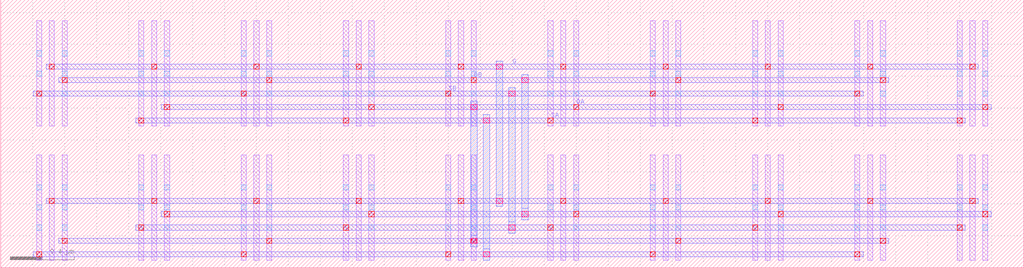
<source format=lef>
MACRO CMC_NMOS_n12_X2_Y1
  ORIGIN 0 0 ;
  FOREIGN CMC_NMOS_n12_X2_Y1 0 0 ;
  SIZE 2.5600 BY 0.8400 ;
  PIN SA
    DIRECTION INOUT ;
    USE SIGNAL ;
    PORT
      LAYER M2 ;
        RECT 0.2040 0.0680 2.3560 0.1000 ;
    END
  END SA
  PIN SB
    DIRECTION INOUT ;
    USE SIGNAL ;
    PORT
      LAYER M2 ;
        RECT 0.8440 0.2360 1.7160 0.2680 ;
    END
  END SB
  PIN DA
    DIRECTION INOUT ;
    USE SIGNAL ;
    PORT
      LAYER M2 ;
        RECT 0.3640 0.1520 2.1960 0.1840 ;
    END
  END DA
  PIN DB
    DIRECTION INOUT ;
    USE SIGNAL ;
    PORT
      LAYER M2 ;
        RECT 1.0040 0.3200 1.5560 0.3520 ;
    END
  END DB
  PIN G
    DIRECTION INOUT ;
    USE SIGNAL ;
    PORT
      LAYER M2 ;
        RECT 0.2840 0.4040 2.2760 0.4360 ;
    END
  END G
  OBS
    LAYER M1 ;
      RECT 0.3040 0.0480 0.3360 0.7080 ;
    LAYER M1 ;
      RECT 2.2240 0.0480 2.2560 0.7080 ;
    LAYER M1 ;
      RECT 0.9440 0.0480 0.9760 0.7080 ;
    LAYER M1 ;
      RECT 1.5840 0.0480 1.6160 0.7080 ;
    LAYER M1 ;
      RECT 0.2240 0.0480 0.2560 0.7080 ;
    LAYER V0 ;
      RECT 0.2240 0.2360 0.2560 0.2680 ;
    LAYER V0 ;
      RECT 0.2240 0.3620 0.2560 0.3940 ;
    LAYER V0 ;
      RECT 0.2240 0.4880 0.2560 0.5200 ;
    LAYER M1 ;
      RECT 2.3040 0.0480 2.3360 0.7080 ;
    LAYER V0 ;
      RECT 2.3040 0.2360 2.3360 0.2680 ;
    LAYER V0 ;
      RECT 2.3040 0.3620 2.3360 0.3940 ;
    LAYER V0 ;
      RECT 2.3040 0.4880 2.3360 0.5200 ;
    LAYER M1 ;
      RECT 0.8640 0.0480 0.8960 0.7080 ;
    LAYER V0 ;
      RECT 0.8640 0.2360 0.8960 0.2680 ;
    LAYER V0 ;
      RECT 0.8640 0.3620 0.8960 0.3940 ;
    LAYER V0 ;
      RECT 0.8640 0.4880 0.8960 0.5200 ;
    LAYER M1 ;
      RECT 1.6640 0.0480 1.6960 0.7080 ;
    LAYER V0 ;
      RECT 1.6640 0.2360 1.6960 0.2680 ;
    LAYER V0 ;
      RECT 1.6640 0.3620 1.6960 0.3940 ;
    LAYER V0 ;
      RECT 1.6640 0.4880 1.6960 0.5200 ;
    LAYER M1 ;
      RECT 0.3840 0.0480 0.4160 0.7080 ;
    LAYER V0 ;
      RECT 0.3840 0.2360 0.4160 0.2680 ;
    LAYER V0 ;
      RECT 0.3840 0.3620 0.4160 0.3940 ;
    LAYER V0 ;
      RECT 0.3840 0.4880 0.4160 0.5200 ;
    LAYER M1 ;
      RECT 2.1440 0.0480 2.1760 0.7080 ;
    LAYER V0 ;
      RECT 2.1440 0.2360 2.1760 0.2680 ;
    LAYER V0 ;
      RECT 2.1440 0.3620 2.1760 0.3940 ;
    LAYER V0 ;
      RECT 2.1440 0.4880 2.1760 0.5200 ;
    LAYER M1 ;
      RECT 1.0240 0.0480 1.0560 0.7080 ;
    LAYER V0 ;
      RECT 1.0240 0.2360 1.0560 0.2680 ;
    LAYER V0 ;
      RECT 1.0240 0.3620 1.0560 0.3940 ;
    LAYER V0 ;
      RECT 1.0240 0.4880 1.0560 0.5200 ;
    LAYER M1 ;
      RECT 1.5040 0.0480 1.5360 0.7080 ;
    LAYER V0 ;
      RECT 1.5040 0.2360 1.5360 0.2680 ;
    LAYER V0 ;
      RECT 1.5040 0.3620 1.5360 0.3940 ;
    LAYER V0 ;
      RECT 1.5040 0.4880 1.5360 0.5200 ;
    LAYER V1 ;
      RECT 0.2240 0.0680 0.2560 0.1000 ;
    LAYER V1 ;
      RECT 2.3040 0.0680 2.3360 0.1000 ;
    LAYER V1 ;
      RECT 0.3840 0.1520 0.4160 0.1840 ;
    LAYER V1 ;
      RECT 2.1440 0.1520 2.1760 0.1840 ;
    LAYER V1 ;
      RECT 0.8640 0.2360 0.8960 0.2680 ;
    LAYER V1 ;
      RECT 1.6640 0.2360 1.6960 0.2680 ;
    LAYER V1 ;
      RECT 1.0240 0.3200 1.0560 0.3520 ;
    LAYER V1 ;
      RECT 1.5040 0.3200 1.5360 0.3520 ;
    LAYER V1 ;
      RECT 0.3040 0.4040 0.3360 0.4360 ;
    LAYER V1 ;
      RECT 2.2240 0.4040 2.2560 0.4360 ;
    LAYER V1 ;
      RECT 0.9440 0.4040 0.9760 0.4360 ;
    LAYER V1 ;
      RECT 1.5840 0.4040 1.6160 0.4360 ;
  END
END CMC_NMOS_n12_X2_Y1
MACRO CMC_PMOS_S_n12_X1_Y1
  ORIGIN 0 0 ;
  FOREIGN CMC_PMOS_S_n12_X1_Y1 0 0 ;
  SIZE 1.2800 BY 0.8400 ;
  PIN S
    DIRECTION INOUT ;
    USE SIGNAL ;
    PORT
      LAYER M2 ;
        RECT 0.2040 0.0680 0.9160 0.1000 ;
    END
  END S
  PIN DA
    DIRECTION INOUT ;
    USE SIGNAL ;
    PORT
      LAYER M2 ;
        RECT 0.3640 0.1520 0.4360 0.1840 ;
    END
  END DA
  PIN DB
    DIRECTION INOUT ;
    USE SIGNAL ;
    PORT
      LAYER M2 ;
        RECT 1.0040 0.2360 1.0760 0.2680 ;
    END
  END DB
  PIN G
    DIRECTION INOUT ;
    USE SIGNAL ;
    PORT
      LAYER M2 ;
        RECT 0.2840 0.3200 0.9960 0.3520 ;
    END
  END G
  OBS
    LAYER M1 ;
      RECT 0.3040 0.0480 0.3360 0.7080 ;
    LAYER M1 ;
      RECT 0.9440 0.0480 0.9760 0.7080 ;
    LAYER M1 ;
      RECT 0.2240 0.0480 0.2560 0.7080 ;
    LAYER V0 ;
      RECT 0.2240 0.2360 0.2560 0.2680 ;
    LAYER V0 ;
      RECT 0.2240 0.3620 0.2560 0.3940 ;
    LAYER V0 ;
      RECT 0.2240 0.4880 0.2560 0.5200 ;
    LAYER M1 ;
      RECT 0.8640 0.0480 0.8960 0.7080 ;
    LAYER V0 ;
      RECT 0.8640 0.2360 0.8960 0.2680 ;
    LAYER V0 ;
      RECT 0.8640 0.3620 0.8960 0.3940 ;
    LAYER V0 ;
      RECT 0.8640 0.4880 0.8960 0.5200 ;
    LAYER M1 ;
      RECT 0.3840 0.0480 0.4160 0.7080 ;
    LAYER V0 ;
      RECT 0.3840 0.2360 0.4160 0.2680 ;
    LAYER V0 ;
      RECT 0.3840 0.3620 0.4160 0.3940 ;
    LAYER V0 ;
      RECT 0.3840 0.4880 0.4160 0.5200 ;
    LAYER M1 ;
      RECT 1.0240 0.0480 1.0560 0.7080 ;
    LAYER V0 ;
      RECT 1.0240 0.2360 1.0560 0.2680 ;
    LAYER V0 ;
      RECT 1.0240 0.3620 1.0560 0.3940 ;
    LAYER V0 ;
      RECT 1.0240 0.4880 1.0560 0.5200 ;
    LAYER V1 ;
      RECT 0.2240 0.0680 0.2560 0.1000 ;
    LAYER V1 ;
      RECT 0.8640 0.0680 0.8960 0.1000 ;
    LAYER V1 ;
      RECT 0.3840 0.1520 0.4160 0.1840 ;
    LAYER V1 ;
      RECT 1.0240 0.2360 1.0560 0.2680 ;
    LAYER V1 ;
      RECT 0.3040 0.3200 0.3360 0.3520 ;
    LAYER V1 ;
      RECT 0.9440 0.3200 0.9760 0.3520 ;
  END
END CMC_PMOS_S_n12_X1_Y1
MACRO CMC_PMOS_n12_X5_Y2
  ORIGIN 0 0 ;
  FOREIGN CMC_PMOS_n12_X5_Y2 0 0 ;
  SIZE 6.4000 BY 1.6800 ;
  PIN SA
    DIRECTION INOUT ;
    USE SIGNAL ;
    PORT
      LAYER M2 ;
        RECT 0.2040 0.0680 5.3960 0.1000 ;
      LAYER M2 ;
        RECT 0.8440 0.9080 6.0360 0.9400 ;
    END
  END SA
  PIN SB
    DIRECTION INOUT ;
    USE SIGNAL ;
    PORT
      LAYER M2 ;
        RECT 0.8440 0.2360 6.0360 0.2680 ;
      LAYER M2 ;
        RECT 0.2040 1.0760 5.3960 1.1080 ;
    END
  END SB
  PIN DA
    DIRECTION INOUT ;
    USE SIGNAL ;
    PORT
      LAYER M2 ;
        RECT 0.3640 0.1520 5.5560 0.1840 ;
      LAYER M2 ;
        RECT 1.0040 0.9920 6.1960 1.0240 ;
    END
  END DA
  PIN DB
    DIRECTION INOUT ;
    USE SIGNAL ;
    PORT
      LAYER M2 ;
        RECT 1.0040 0.3200 6.1960 0.3520 ;
      LAYER M2 ;
        RECT 0.3640 1.1600 5.5560 1.1920 ;
    END
  END DB
  PIN G
    DIRECTION INOUT ;
    USE SIGNAL ;
    PORT
      LAYER M2 ;
        RECT 0.2840 0.4040 6.1160 0.4360 ;
      LAYER M2 ;
        RECT 0.2840 1.2440 6.1160 1.2760 ;
    END
  END G
  OBS
    LAYER M1 ;
      RECT 0.3040 0.0480 0.3360 0.7080 ;
    LAYER M1 ;
      RECT 1.5840 0.0480 1.6160 0.7080 ;
    LAYER M1 ;
      RECT 2.8640 0.0480 2.8960 0.7080 ;
    LAYER M1 ;
      RECT 4.1440 0.0480 4.1760 0.7080 ;
    LAYER M1 ;
      RECT 5.4240 0.0480 5.4560 0.7080 ;
    LAYER M1 ;
      RECT 0.9440 0.0480 0.9760 0.7080 ;
    LAYER M1 ;
      RECT 2.2240 0.0480 2.2560 0.7080 ;
    LAYER M1 ;
      RECT 3.5040 0.0480 3.5360 0.7080 ;
    LAYER M1 ;
      RECT 4.7840 0.0480 4.8160 0.7080 ;
    LAYER M1 ;
      RECT 6.0640 0.0480 6.0960 0.7080 ;
    LAYER M1 ;
      RECT 0.2240 0.0480 0.2560 0.7080 ;
    LAYER V0 ;
      RECT 0.2240 0.2360 0.2560 0.2680 ;
    LAYER V0 ;
      RECT 0.2240 0.3620 0.2560 0.3940 ;
    LAYER V0 ;
      RECT 0.2240 0.4880 0.2560 0.5200 ;
    LAYER M1 ;
      RECT 1.5040 0.0480 1.5360 0.7080 ;
    LAYER V0 ;
      RECT 1.5040 0.2360 1.5360 0.2680 ;
    LAYER V0 ;
      RECT 1.5040 0.3620 1.5360 0.3940 ;
    LAYER V0 ;
      RECT 1.5040 0.4880 1.5360 0.5200 ;
    LAYER M1 ;
      RECT 2.7840 0.0480 2.8160 0.7080 ;
    LAYER V0 ;
      RECT 2.7840 0.2360 2.8160 0.2680 ;
    LAYER V0 ;
      RECT 2.7840 0.3620 2.8160 0.3940 ;
    LAYER V0 ;
      RECT 2.7840 0.4880 2.8160 0.5200 ;
    LAYER M1 ;
      RECT 4.0640 0.0480 4.0960 0.7080 ;
    LAYER V0 ;
      RECT 4.0640 0.2360 4.0960 0.2680 ;
    LAYER V0 ;
      RECT 4.0640 0.3620 4.0960 0.3940 ;
    LAYER V0 ;
      RECT 4.0640 0.4880 4.0960 0.5200 ;
    LAYER M1 ;
      RECT 5.3440 0.0480 5.3760 0.7080 ;
    LAYER V0 ;
      RECT 5.3440 0.2360 5.3760 0.2680 ;
    LAYER V0 ;
      RECT 5.3440 0.3620 5.3760 0.3940 ;
    LAYER V0 ;
      RECT 5.3440 0.4880 5.3760 0.5200 ;
    LAYER M1 ;
      RECT 0.8640 0.0480 0.8960 0.7080 ;
    LAYER V0 ;
      RECT 0.8640 0.2360 0.8960 0.2680 ;
    LAYER V0 ;
      RECT 0.8640 0.3620 0.8960 0.3940 ;
    LAYER V0 ;
      RECT 0.8640 0.4880 0.8960 0.5200 ;
    LAYER M1 ;
      RECT 2.1440 0.0480 2.1760 0.7080 ;
    LAYER V0 ;
      RECT 2.1440 0.2360 2.1760 0.2680 ;
    LAYER V0 ;
      RECT 2.1440 0.3620 2.1760 0.3940 ;
    LAYER V0 ;
      RECT 2.1440 0.4880 2.1760 0.5200 ;
    LAYER M1 ;
      RECT 3.4240 0.0480 3.4560 0.7080 ;
    LAYER V0 ;
      RECT 3.4240 0.2360 3.4560 0.2680 ;
    LAYER V0 ;
      RECT 3.4240 0.3620 3.4560 0.3940 ;
    LAYER V0 ;
      RECT 3.4240 0.4880 3.4560 0.5200 ;
    LAYER M1 ;
      RECT 4.7040 0.0480 4.7360 0.7080 ;
    LAYER V0 ;
      RECT 4.7040 0.2360 4.7360 0.2680 ;
    LAYER V0 ;
      RECT 4.7040 0.3620 4.7360 0.3940 ;
    LAYER V0 ;
      RECT 4.7040 0.4880 4.7360 0.5200 ;
    LAYER M1 ;
      RECT 5.9840 0.0480 6.0160 0.7080 ;
    LAYER V0 ;
      RECT 5.9840 0.2360 6.0160 0.2680 ;
    LAYER V0 ;
      RECT 5.9840 0.3620 6.0160 0.3940 ;
    LAYER V0 ;
      RECT 5.9840 0.4880 6.0160 0.5200 ;
    LAYER M1 ;
      RECT 0.3840 0.0480 0.4160 0.7080 ;
    LAYER V0 ;
      RECT 0.3840 0.2360 0.4160 0.2680 ;
    LAYER V0 ;
      RECT 0.3840 0.3620 0.4160 0.3940 ;
    LAYER V0 ;
      RECT 0.3840 0.4880 0.4160 0.5200 ;
    LAYER M1 ;
      RECT 1.6640 0.0480 1.6960 0.7080 ;
    LAYER V0 ;
      RECT 1.6640 0.2360 1.6960 0.2680 ;
    LAYER V0 ;
      RECT 1.6640 0.3620 1.6960 0.3940 ;
    LAYER V0 ;
      RECT 1.6640 0.4880 1.6960 0.5200 ;
    LAYER M1 ;
      RECT 2.9440 0.0480 2.9760 0.7080 ;
    LAYER V0 ;
      RECT 2.9440 0.2360 2.9760 0.2680 ;
    LAYER V0 ;
      RECT 2.9440 0.3620 2.9760 0.3940 ;
    LAYER V0 ;
      RECT 2.9440 0.4880 2.9760 0.5200 ;
    LAYER M1 ;
      RECT 4.2240 0.0480 4.2560 0.7080 ;
    LAYER V0 ;
      RECT 4.2240 0.2360 4.2560 0.2680 ;
    LAYER V0 ;
      RECT 4.2240 0.3620 4.2560 0.3940 ;
    LAYER V0 ;
      RECT 4.2240 0.4880 4.2560 0.5200 ;
    LAYER M1 ;
      RECT 5.5040 0.0480 5.5360 0.7080 ;
    LAYER V0 ;
      RECT 5.5040 0.2360 5.5360 0.2680 ;
    LAYER V0 ;
      RECT 5.5040 0.3620 5.5360 0.3940 ;
    LAYER V0 ;
      RECT 5.5040 0.4880 5.5360 0.5200 ;
    LAYER M1 ;
      RECT 1.0240 0.0480 1.0560 0.7080 ;
    LAYER V0 ;
      RECT 1.0240 0.2360 1.0560 0.2680 ;
    LAYER V0 ;
      RECT 1.0240 0.3620 1.0560 0.3940 ;
    LAYER V0 ;
      RECT 1.0240 0.4880 1.0560 0.5200 ;
    LAYER M1 ;
      RECT 2.3040 0.0480 2.3360 0.7080 ;
    LAYER V0 ;
      RECT 2.3040 0.2360 2.3360 0.2680 ;
    LAYER V0 ;
      RECT 2.3040 0.3620 2.3360 0.3940 ;
    LAYER V0 ;
      RECT 2.3040 0.4880 2.3360 0.5200 ;
    LAYER M1 ;
      RECT 3.5840 0.0480 3.6160 0.7080 ;
    LAYER V0 ;
      RECT 3.5840 0.2360 3.6160 0.2680 ;
    LAYER V0 ;
      RECT 3.5840 0.3620 3.6160 0.3940 ;
    LAYER V0 ;
      RECT 3.5840 0.4880 3.6160 0.5200 ;
    LAYER M1 ;
      RECT 4.8640 0.0480 4.8960 0.7080 ;
    LAYER V0 ;
      RECT 4.8640 0.2360 4.8960 0.2680 ;
    LAYER V0 ;
      RECT 4.8640 0.3620 4.8960 0.3940 ;
    LAYER V0 ;
      RECT 4.8640 0.4880 4.8960 0.5200 ;
    LAYER M1 ;
      RECT 6.1440 0.0480 6.1760 0.7080 ;
    LAYER V0 ;
      RECT 6.1440 0.2360 6.1760 0.2680 ;
    LAYER V0 ;
      RECT 6.1440 0.3620 6.1760 0.3940 ;
    LAYER V0 ;
      RECT 6.1440 0.4880 6.1760 0.5200 ;
    LAYER M3 ;
      RECT 3.0200 0.0480 3.0600 0.1200 ;
    LAYER V2 ;
      RECT 3.0200 0.0680 3.0600 0.1000 ;
    LAYER V2 ;
      RECT 3.0200 0.0680 3.0600 0.1000 ;
    LAYER V1 ;
      RECT 0.2240 0.0680 0.2560 0.1000 ;
    LAYER V1 ;
      RECT 1.5040 0.0680 1.5360 0.1000 ;
    LAYER V1 ;
      RECT 2.7840 0.0680 2.8160 0.1000 ;
    LAYER V1 ;
      RECT 4.0640 0.0680 4.0960 0.1000 ;
    LAYER V1 ;
      RECT 5.3440 0.0680 5.3760 0.1000 ;
    LAYER M3 ;
      RECT 2.9400 0.1320 2.9800 0.2040 ;
    LAYER V2 ;
      RECT 2.9400 0.1520 2.9800 0.1840 ;
    LAYER V2 ;
      RECT 2.9400 0.1520 2.9800 0.1840 ;
    LAYER V1 ;
      RECT 0.3840 0.1520 0.4160 0.1840 ;
    LAYER V1 ;
      RECT 1.6640 0.1520 1.6960 0.1840 ;
    LAYER V1 ;
      RECT 2.9440 0.1520 2.9760 0.1840 ;
    LAYER V1 ;
      RECT 4.2240 0.1520 4.2560 0.1840 ;
    LAYER V1 ;
      RECT 5.5040 0.1520 5.5360 0.1840 ;
    LAYER M3 ;
      RECT 3.1800 0.2160 3.2200 0.2880 ;
    LAYER V2 ;
      RECT 3.1800 0.2360 3.2200 0.2680 ;
    LAYER V2 ;
      RECT 3.1800 0.2360 3.2200 0.2680 ;
    LAYER V1 ;
      RECT 0.8640 0.2360 0.8960 0.2680 ;
    LAYER V1 ;
      RECT 2.1440 0.2360 2.1760 0.2680 ;
    LAYER V1 ;
      RECT 3.4240 0.2360 3.4560 0.2680 ;
    LAYER V1 ;
      RECT 4.7040 0.2360 4.7360 0.2680 ;
    LAYER V1 ;
      RECT 5.9840 0.2360 6.0160 0.2680 ;
    LAYER M3 ;
      RECT 3.2600 0.3000 3.3000 0.3720 ;
    LAYER V2 ;
      RECT 3.2600 0.3200 3.3000 0.3520 ;
    LAYER V2 ;
      RECT 3.2600 0.3200 3.3000 0.3520 ;
    LAYER V1 ;
      RECT 1.0240 0.3200 1.0560 0.3520 ;
    LAYER V1 ;
      RECT 2.3040 0.3200 2.3360 0.3520 ;
    LAYER V1 ;
      RECT 3.5840 0.3200 3.6160 0.3520 ;
    LAYER V1 ;
      RECT 4.8640 0.3200 4.8960 0.3520 ;
    LAYER V1 ;
      RECT 6.1440 0.3200 6.1760 0.3520 ;
    LAYER M3 ;
      RECT 3.1000 0.3840 3.1400 0.4560 ;
    LAYER V2 ;
      RECT 3.1000 0.4040 3.1400 0.4360 ;
    LAYER V2 ;
      RECT 3.1000 0.4040 3.1400 0.4360 ;
    LAYER V1 ;
      RECT 0.3040 0.4040 0.3360 0.4360 ;
    LAYER V1 ;
      RECT 1.5840 0.4040 1.6160 0.4360 ;
    LAYER V1 ;
      RECT 2.8640 0.4040 2.8960 0.4360 ;
    LAYER V1 ;
      RECT 4.1440 0.4040 4.1760 0.4360 ;
    LAYER V1 ;
      RECT 5.4240 0.4040 5.4560 0.4360 ;
    LAYER V1 ;
      RECT 0.9440 0.4040 0.9760 0.4360 ;
    LAYER V1 ;
      RECT 2.2240 0.4040 2.2560 0.4360 ;
    LAYER V1 ;
      RECT 3.5040 0.4040 3.5360 0.4360 ;
    LAYER V1 ;
      RECT 4.7840 0.4040 4.8160 0.4360 ;
    LAYER V1 ;
      RECT 6.0640 0.4040 6.0960 0.4360 ;
    LAYER M1 ;
      RECT 0.3040 0.8880 0.3360 1.5480 ;
    LAYER M1 ;
      RECT 1.5840 0.8880 1.6160 1.5480 ;
    LAYER M1 ;
      RECT 2.8640 0.8880 2.8960 1.5480 ;
    LAYER M1 ;
      RECT 4.1440 0.8880 4.1760 1.5480 ;
    LAYER M1 ;
      RECT 5.4240 0.8880 5.4560 1.5480 ;
    LAYER M1 ;
      RECT 0.9440 0.8880 0.9760 1.5480 ;
    LAYER M1 ;
      RECT 2.2240 0.8880 2.2560 1.5480 ;
    LAYER M1 ;
      RECT 3.5040 0.8880 3.5360 1.5480 ;
    LAYER M1 ;
      RECT 4.7840 0.8880 4.8160 1.5480 ;
    LAYER M1 ;
      RECT 6.0640 0.8880 6.0960 1.5480 ;
    LAYER M1 ;
      RECT 0.2240 0.8880 0.2560 1.5480 ;
    LAYER V0 ;
      RECT 0.2240 1.0760 0.2560 1.1080 ;
    LAYER V0 ;
      RECT 0.2240 1.2020 0.2560 1.2340 ;
    LAYER V0 ;
      RECT 0.2240 1.3280 0.2560 1.3600 ;
    LAYER M1 ;
      RECT 1.5040 0.8880 1.5360 1.5480 ;
    LAYER V0 ;
      RECT 1.5040 1.0760 1.5360 1.1080 ;
    LAYER V0 ;
      RECT 1.5040 1.2020 1.5360 1.2340 ;
    LAYER V0 ;
      RECT 1.5040 1.3280 1.5360 1.3600 ;
    LAYER M1 ;
      RECT 2.7840 0.8880 2.8160 1.5480 ;
    LAYER V0 ;
      RECT 2.7840 1.0760 2.8160 1.1080 ;
    LAYER V0 ;
      RECT 2.7840 1.2020 2.8160 1.2340 ;
    LAYER V0 ;
      RECT 2.7840 1.3280 2.8160 1.3600 ;
    LAYER M1 ;
      RECT 4.0640 0.8880 4.0960 1.5480 ;
    LAYER V0 ;
      RECT 4.0640 1.0760 4.0960 1.1080 ;
    LAYER V0 ;
      RECT 4.0640 1.2020 4.0960 1.2340 ;
    LAYER V0 ;
      RECT 4.0640 1.3280 4.0960 1.3600 ;
    LAYER M1 ;
      RECT 5.3440 0.8880 5.3760 1.5480 ;
    LAYER V0 ;
      RECT 5.3440 1.0760 5.3760 1.1080 ;
    LAYER V0 ;
      RECT 5.3440 1.2020 5.3760 1.2340 ;
    LAYER V0 ;
      RECT 5.3440 1.3280 5.3760 1.3600 ;
    LAYER M1 ;
      RECT 0.8640 0.8880 0.8960 1.5480 ;
    LAYER V0 ;
      RECT 0.8640 1.0760 0.8960 1.1080 ;
    LAYER V0 ;
      RECT 0.8640 1.2020 0.8960 1.2340 ;
    LAYER V0 ;
      RECT 0.8640 1.3280 0.8960 1.3600 ;
    LAYER M1 ;
      RECT 2.1440 0.8880 2.1760 1.5480 ;
    LAYER V0 ;
      RECT 2.1440 1.0760 2.1760 1.1080 ;
    LAYER V0 ;
      RECT 2.1440 1.2020 2.1760 1.2340 ;
    LAYER V0 ;
      RECT 2.1440 1.3280 2.1760 1.3600 ;
    LAYER M1 ;
      RECT 3.4240 0.8880 3.4560 1.5480 ;
    LAYER V0 ;
      RECT 3.4240 1.0760 3.4560 1.1080 ;
    LAYER V0 ;
      RECT 3.4240 1.2020 3.4560 1.2340 ;
    LAYER V0 ;
      RECT 3.4240 1.3280 3.4560 1.3600 ;
    LAYER M1 ;
      RECT 4.7040 0.8880 4.7360 1.5480 ;
    LAYER V0 ;
      RECT 4.7040 1.0760 4.7360 1.1080 ;
    LAYER V0 ;
      RECT 4.7040 1.2020 4.7360 1.2340 ;
    LAYER V0 ;
      RECT 4.7040 1.3280 4.7360 1.3600 ;
    LAYER M1 ;
      RECT 5.9840 0.8880 6.0160 1.5480 ;
    LAYER V0 ;
      RECT 5.9840 1.0760 6.0160 1.1080 ;
    LAYER V0 ;
      RECT 5.9840 1.2020 6.0160 1.2340 ;
    LAYER V0 ;
      RECT 5.9840 1.3280 6.0160 1.3600 ;
    LAYER M1 ;
      RECT 0.3840 0.8880 0.4160 1.5480 ;
    LAYER V0 ;
      RECT 0.3840 1.0760 0.4160 1.1080 ;
    LAYER V0 ;
      RECT 0.3840 1.2020 0.4160 1.2340 ;
    LAYER V0 ;
      RECT 0.3840 1.3280 0.4160 1.3600 ;
    LAYER M1 ;
      RECT 1.6640 0.8880 1.6960 1.5480 ;
    LAYER V0 ;
      RECT 1.6640 1.0760 1.6960 1.1080 ;
    LAYER V0 ;
      RECT 1.6640 1.2020 1.6960 1.2340 ;
    LAYER V0 ;
      RECT 1.6640 1.3280 1.6960 1.3600 ;
    LAYER M1 ;
      RECT 2.9440 0.8880 2.9760 1.5480 ;
    LAYER V0 ;
      RECT 2.9440 1.0760 2.9760 1.1080 ;
    LAYER V0 ;
      RECT 2.9440 1.2020 2.9760 1.2340 ;
    LAYER V0 ;
      RECT 2.9440 1.3280 2.9760 1.3600 ;
    LAYER M1 ;
      RECT 4.2240 0.8880 4.2560 1.5480 ;
    LAYER V0 ;
      RECT 4.2240 1.0760 4.2560 1.1080 ;
    LAYER V0 ;
      RECT 4.2240 1.2020 4.2560 1.2340 ;
    LAYER V0 ;
      RECT 4.2240 1.3280 4.2560 1.3600 ;
    LAYER M1 ;
      RECT 5.5040 0.8880 5.5360 1.5480 ;
    LAYER V0 ;
      RECT 5.5040 1.0760 5.5360 1.1080 ;
    LAYER V0 ;
      RECT 5.5040 1.2020 5.5360 1.2340 ;
    LAYER V0 ;
      RECT 5.5040 1.3280 5.5360 1.3600 ;
    LAYER M1 ;
      RECT 1.0240 0.8880 1.0560 1.5480 ;
    LAYER V0 ;
      RECT 1.0240 1.0760 1.0560 1.1080 ;
    LAYER V0 ;
      RECT 1.0240 1.2020 1.0560 1.2340 ;
    LAYER V0 ;
      RECT 1.0240 1.3280 1.0560 1.3600 ;
    LAYER M1 ;
      RECT 2.3040 0.8880 2.3360 1.5480 ;
    LAYER V0 ;
      RECT 2.3040 1.0760 2.3360 1.1080 ;
    LAYER V0 ;
      RECT 2.3040 1.2020 2.3360 1.2340 ;
    LAYER V0 ;
      RECT 2.3040 1.3280 2.3360 1.3600 ;
    LAYER M1 ;
      RECT 3.5840 0.8880 3.6160 1.5480 ;
    LAYER V0 ;
      RECT 3.5840 1.0760 3.6160 1.1080 ;
    LAYER V0 ;
      RECT 3.5840 1.2020 3.6160 1.2340 ;
    LAYER V0 ;
      RECT 3.5840 1.3280 3.6160 1.3600 ;
    LAYER M1 ;
      RECT 4.8640 0.8880 4.8960 1.5480 ;
    LAYER V0 ;
      RECT 4.8640 1.0760 4.8960 1.1080 ;
    LAYER V0 ;
      RECT 4.8640 1.2020 4.8960 1.2340 ;
    LAYER V0 ;
      RECT 4.8640 1.3280 4.8960 1.3600 ;
    LAYER M1 ;
      RECT 6.1440 0.8880 6.1760 1.5480 ;
    LAYER V0 ;
      RECT 6.1440 1.0760 6.1760 1.1080 ;
    LAYER V0 ;
      RECT 6.1440 1.2020 6.1760 1.2340 ;
    LAYER V0 ;
      RECT 6.1440 1.3280 6.1760 1.3600 ;
    LAYER M3 ;
      RECT 3.0200 0.0480 3.0600 0.9600 ;
    LAYER V2 ;
      RECT 3.0200 0.0680 3.0600 0.1000 ;
    LAYER V2 ;
      RECT 3.0200 0.9080 3.0600 0.9400 ;
    LAYER V1 ;
      RECT 0.8640 0.9080 0.8960 0.9400 ;
    LAYER V1 ;
      RECT 2.1440 0.9080 2.1760 0.9400 ;
    LAYER V1 ;
      RECT 3.4240 0.9080 3.4560 0.9400 ;
    LAYER V1 ;
      RECT 4.7040 0.9080 4.7360 0.9400 ;
    LAYER V1 ;
      RECT 5.9840 0.9080 6.0160 0.9400 ;
    LAYER M3 ;
      RECT 2.9400 0.1320 2.9800 1.0440 ;
    LAYER V2 ;
      RECT 2.9400 0.1520 2.9800 0.1840 ;
    LAYER V2 ;
      RECT 2.9400 0.9920 2.9800 1.0240 ;
    LAYER V1 ;
      RECT 1.0240 0.9920 1.0560 1.0240 ;
    LAYER V1 ;
      RECT 2.3040 0.9920 2.3360 1.0240 ;
    LAYER V1 ;
      RECT 3.5840 0.9920 3.6160 1.0240 ;
    LAYER V1 ;
      RECT 4.8640 0.9920 4.8960 1.0240 ;
    LAYER V1 ;
      RECT 6.1440 0.9920 6.1760 1.0240 ;
    LAYER M3 ;
      RECT 3.1800 0.2160 3.2200 1.1280 ;
    LAYER V2 ;
      RECT 3.1800 0.2360 3.2200 0.2680 ;
    LAYER V2 ;
      RECT 3.1800 1.0760 3.2200 1.1080 ;
    LAYER V1 ;
      RECT 0.2240 1.0760 0.2560 1.1080 ;
    LAYER V1 ;
      RECT 1.5040 1.0760 1.5360 1.1080 ;
    LAYER V1 ;
      RECT 2.7840 1.0760 2.8160 1.1080 ;
    LAYER V1 ;
      RECT 4.0640 1.0760 4.0960 1.1080 ;
    LAYER V1 ;
      RECT 5.3440 1.0760 5.3760 1.1080 ;
    LAYER M3 ;
      RECT 3.2600 0.3000 3.3000 1.2120 ;
    LAYER V2 ;
      RECT 3.2600 0.3200 3.3000 0.3520 ;
    LAYER V2 ;
      RECT 3.2600 1.1600 3.3000 1.1920 ;
    LAYER V1 ;
      RECT 0.3840 1.1600 0.4160 1.1920 ;
    LAYER V1 ;
      RECT 1.6640 1.1600 1.6960 1.1920 ;
    LAYER V1 ;
      RECT 2.9440 1.1600 2.9760 1.1920 ;
    LAYER V1 ;
      RECT 4.2240 1.1600 4.2560 1.1920 ;
    LAYER V1 ;
      RECT 5.5040 1.1600 5.5360 1.1920 ;
    LAYER M3 ;
      RECT 3.1000 0.3840 3.1400 1.2960 ;
    LAYER V2 ;
      RECT 3.1000 0.4040 3.1400 0.4360 ;
    LAYER V2 ;
      RECT 3.1000 1.2440 3.1400 1.2760 ;
    LAYER V1 ;
      RECT 0.3040 1.2440 0.3360 1.2760 ;
    LAYER V1 ;
      RECT 1.5840 1.2440 1.6160 1.2760 ;
    LAYER V1 ;
      RECT 2.8640 1.2440 2.8960 1.2760 ;
    LAYER V1 ;
      RECT 4.1440 1.2440 4.1760 1.2760 ;
    LAYER V1 ;
      RECT 5.4240 1.2440 5.4560 1.2760 ;
    LAYER V1 ;
      RECT 0.9440 1.2440 0.9760 1.2760 ;
    LAYER V1 ;
      RECT 2.2240 1.2440 2.2560 1.2760 ;
    LAYER V1 ;
      RECT 3.5040 1.2440 3.5360 1.2760 ;
    LAYER V1 ;
      RECT 4.7840 1.2440 4.8160 1.2760 ;
    LAYER V1 ;
      RECT 6.0640 1.2440 6.0960 1.2760 ;
  END
END CMC_PMOS_n12_X5_Y2
MACRO DCL_NMOS_n12_X1_Y1
  ORIGIN 0 0 ;
  FOREIGN DCL_NMOS_n12_X1_Y1 0 0 ;
  SIZE 0.6400 BY 0.8400 ;
  PIN S
    DIRECTION INOUT ;
    USE SIGNAL ;
    PORT
      LAYER M2 ;
        RECT 0.2040 0.0680 0.2760 0.1000 ;
    END
  END S
  PIN D
    DIRECTION INOUT ;
    USE SIGNAL ;
    PORT
      LAYER M2 ;
        RECT 0.2840 0.1520 0.4360 0.1840 ;
    END
  END D
  OBS
    LAYER M1 ;
      RECT 0.3040 0.0480 0.3360 0.7080 ;
    LAYER M1 ;
      RECT 0.2240 0.0480 0.2560 0.7080 ;
    LAYER V0 ;
      RECT 0.2240 0.2360 0.2560 0.2680 ;
    LAYER V0 ;
      RECT 0.2240 0.3620 0.2560 0.3940 ;
    LAYER V0 ;
      RECT 0.2240 0.4880 0.2560 0.5200 ;
    LAYER M1 ;
      RECT 0.3840 0.0480 0.4160 0.7080 ;
    LAYER V0 ;
      RECT 0.3840 0.2360 0.4160 0.2680 ;
    LAYER V0 ;
      RECT 0.3840 0.3620 0.4160 0.3940 ;
    LAYER V0 ;
      RECT 0.3840 0.4880 0.4160 0.5200 ;
    LAYER V1 ;
      RECT 0.2240 0.0680 0.2560 0.1000 ;
    LAYER V1 ;
      RECT 0.3040 0.1520 0.3360 0.1840 ;
    LAYER V1 ;
      RECT 0.3840 0.1520 0.4160 0.1840 ;
  END
END DCL_NMOS_n12_X1_Y1
MACRO DCL_NMOS_n12_X2_Y1
  ORIGIN 0 0 ;
  FOREIGN DCL_NMOS_n12_X2_Y1 0 0 ;
  SIZE 1.2800 BY 0.8400 ;
  PIN S
    DIRECTION INOUT ;
    USE SIGNAL ;
    PORT
      LAYER M2 ;
        RECT 0.2040 0.0680 0.9160 0.1000 ;
    END
  END S
  PIN D
    DIRECTION INOUT ;
    USE SIGNAL ;
    PORT
      LAYER M2 ;
        RECT 0.2840 0.1520 1.0760 0.1840 ;
    END
  END D
  OBS
    LAYER M1 ;
      RECT 0.3040 0.0480 0.3360 0.7080 ;
    LAYER M1 ;
      RECT 0.9440 0.0480 0.9760 0.7080 ;
    LAYER M1 ;
      RECT 0.2240 0.0480 0.2560 0.7080 ;
    LAYER V0 ;
      RECT 0.2240 0.2360 0.2560 0.2680 ;
    LAYER V0 ;
      RECT 0.2240 0.3620 0.2560 0.3940 ;
    LAYER V0 ;
      RECT 0.2240 0.4880 0.2560 0.5200 ;
    LAYER M1 ;
      RECT 0.8640 0.0480 0.8960 0.7080 ;
    LAYER V0 ;
      RECT 0.8640 0.2360 0.8960 0.2680 ;
    LAYER V0 ;
      RECT 0.8640 0.3620 0.8960 0.3940 ;
    LAYER V0 ;
      RECT 0.8640 0.4880 0.8960 0.5200 ;
    LAYER M1 ;
      RECT 0.3840 0.0480 0.4160 0.7080 ;
    LAYER V0 ;
      RECT 0.3840 0.2360 0.4160 0.2680 ;
    LAYER V0 ;
      RECT 0.3840 0.3620 0.4160 0.3940 ;
    LAYER V0 ;
      RECT 0.3840 0.4880 0.4160 0.5200 ;
    LAYER M1 ;
      RECT 1.0240 0.0480 1.0560 0.7080 ;
    LAYER V0 ;
      RECT 1.0240 0.2360 1.0560 0.2680 ;
    LAYER V0 ;
      RECT 1.0240 0.3620 1.0560 0.3940 ;
    LAYER V0 ;
      RECT 1.0240 0.4880 1.0560 0.5200 ;
    LAYER V1 ;
      RECT 0.2240 0.0680 0.2560 0.1000 ;
    LAYER V1 ;
      RECT 0.8640 0.0680 0.8960 0.1000 ;
    LAYER V1 ;
      RECT 0.3040 0.1520 0.3360 0.1840 ;
    LAYER V1 ;
      RECT 0.9440 0.1520 0.9760 0.1840 ;
    LAYER V1 ;
      RECT 0.3840 0.1520 0.4160 0.1840 ;
    LAYER V1 ;
      RECT 1.0240 0.1520 1.0560 0.1840 ;
  END
END DCL_NMOS_n12_X2_Y1
MACRO DCL_PMOS_n12_X1_Y1
  ORIGIN 0 0 ;
  FOREIGN DCL_PMOS_n12_X1_Y1 0 0 ;
  SIZE 0.6400 BY 0.8400 ;
  PIN S
    DIRECTION INOUT ;
    USE SIGNAL ;
    PORT
      LAYER M2 ;
        RECT 0.2040 0.0680 0.2760 0.1000 ;
    END
  END S
  PIN D
    DIRECTION INOUT ;
    USE SIGNAL ;
    PORT
      LAYER M2 ;
        RECT 0.2840 0.1520 0.4360 0.1840 ;
    END
  END D
  OBS
    LAYER M1 ;
      RECT 0.3040 0.0480 0.3360 0.7080 ;
    LAYER M1 ;
      RECT 0.2240 0.0480 0.2560 0.7080 ;
    LAYER V0 ;
      RECT 0.2240 0.2360 0.2560 0.2680 ;
    LAYER V0 ;
      RECT 0.2240 0.3620 0.2560 0.3940 ;
    LAYER V0 ;
      RECT 0.2240 0.4880 0.2560 0.5200 ;
    LAYER M1 ;
      RECT 0.3840 0.0480 0.4160 0.7080 ;
    LAYER V0 ;
      RECT 0.3840 0.2360 0.4160 0.2680 ;
    LAYER V0 ;
      RECT 0.3840 0.3620 0.4160 0.3940 ;
    LAYER V0 ;
      RECT 0.3840 0.4880 0.4160 0.5200 ;
    LAYER V1 ;
      RECT 0.2240 0.0680 0.2560 0.1000 ;
    LAYER V1 ;
      RECT 0.3040 0.1520 0.3360 0.1840 ;
    LAYER V1 ;
      RECT 0.3840 0.1520 0.4160 0.1840 ;
  END
END DCL_PMOS_n12_X1_Y1
MACRO DP_NMOS_n12_X3_Y1
  ORIGIN 0 0 ;
  FOREIGN DP_NMOS_n12_X3_Y1 0 0 ;
  SIZE 3.8400 BY 0.8400 ;
  PIN S
    DIRECTION INOUT ;
    USE SIGNAL ;
    PORT
      LAYER M2 ;
        RECT 0.2040 0.0680 3.4760 0.1000 ;
    END
  END S
  PIN DA
    DIRECTION INOUT ;
    USE SIGNAL ;
    PORT
      LAYER M2 ;
        RECT 0.3640 0.1520 2.9960 0.1840 ;
    END
  END DA
  PIN DB
    DIRECTION INOUT ;
    USE SIGNAL ;
    PORT
      LAYER M2 ;
        RECT 1.0040 0.2360 3.6360 0.2680 ;
    END
  END DB
  PIN GA
    DIRECTION INOUT ;
    USE SIGNAL ;
    PORT
      LAYER M2 ;
        RECT 0.2840 0.3200 2.9160 0.3520 ;
    END
  END GA
  PIN GB
    DIRECTION INOUT ;
    USE SIGNAL ;
    PORT
      LAYER M2 ;
        RECT 0.9240 0.4040 3.5560 0.4360 ;
    END
  END GB
  OBS
    LAYER M1 ;
      RECT 0.3040 0.0480 0.3360 0.7080 ;
    LAYER M1 ;
      RECT 1.5840 0.0480 1.6160 0.7080 ;
    LAYER M1 ;
      RECT 2.8640 0.0480 2.8960 0.7080 ;
    LAYER M1 ;
      RECT 0.9440 0.0480 0.9760 0.7080 ;
    LAYER M1 ;
      RECT 2.2240 0.0480 2.2560 0.7080 ;
    LAYER M1 ;
      RECT 3.5040 0.0480 3.5360 0.7080 ;
    LAYER M1 ;
      RECT 0.2240 0.0480 0.2560 0.7080 ;
    LAYER V0 ;
      RECT 0.2240 0.2360 0.2560 0.2680 ;
    LAYER V0 ;
      RECT 0.2240 0.3620 0.2560 0.3940 ;
    LAYER V0 ;
      RECT 0.2240 0.4880 0.2560 0.5200 ;
    LAYER M1 ;
      RECT 1.5040 0.0480 1.5360 0.7080 ;
    LAYER V0 ;
      RECT 1.5040 0.2360 1.5360 0.2680 ;
    LAYER V0 ;
      RECT 1.5040 0.3620 1.5360 0.3940 ;
    LAYER V0 ;
      RECT 1.5040 0.4880 1.5360 0.5200 ;
    LAYER M1 ;
      RECT 2.7840 0.0480 2.8160 0.7080 ;
    LAYER V0 ;
      RECT 2.7840 0.2360 2.8160 0.2680 ;
    LAYER V0 ;
      RECT 2.7840 0.3620 2.8160 0.3940 ;
    LAYER V0 ;
      RECT 2.7840 0.4880 2.8160 0.5200 ;
    LAYER M1 ;
      RECT 0.8640 0.0480 0.8960 0.7080 ;
    LAYER V0 ;
      RECT 0.8640 0.2360 0.8960 0.2680 ;
    LAYER V0 ;
      RECT 0.8640 0.3620 0.8960 0.3940 ;
    LAYER V0 ;
      RECT 0.8640 0.4880 0.8960 0.5200 ;
    LAYER M1 ;
      RECT 2.1440 0.0480 2.1760 0.7080 ;
    LAYER V0 ;
      RECT 2.1440 0.2360 2.1760 0.2680 ;
    LAYER V0 ;
      RECT 2.1440 0.3620 2.1760 0.3940 ;
    LAYER V0 ;
      RECT 2.1440 0.4880 2.1760 0.5200 ;
    LAYER M1 ;
      RECT 3.4240 0.0480 3.4560 0.7080 ;
    LAYER V0 ;
      RECT 3.4240 0.2360 3.4560 0.2680 ;
    LAYER V0 ;
      RECT 3.4240 0.3620 3.4560 0.3940 ;
    LAYER V0 ;
      RECT 3.4240 0.4880 3.4560 0.5200 ;
    LAYER M1 ;
      RECT 0.3840 0.0480 0.4160 0.7080 ;
    LAYER V0 ;
      RECT 0.3840 0.2360 0.4160 0.2680 ;
    LAYER V0 ;
      RECT 0.3840 0.3620 0.4160 0.3940 ;
    LAYER V0 ;
      RECT 0.3840 0.4880 0.4160 0.5200 ;
    LAYER M1 ;
      RECT 1.6640 0.0480 1.6960 0.7080 ;
    LAYER V0 ;
      RECT 1.6640 0.2360 1.6960 0.2680 ;
    LAYER V0 ;
      RECT 1.6640 0.3620 1.6960 0.3940 ;
    LAYER V0 ;
      RECT 1.6640 0.4880 1.6960 0.5200 ;
    LAYER M1 ;
      RECT 2.9440 0.0480 2.9760 0.7080 ;
    LAYER V0 ;
      RECT 2.9440 0.2360 2.9760 0.2680 ;
    LAYER V0 ;
      RECT 2.9440 0.3620 2.9760 0.3940 ;
    LAYER V0 ;
      RECT 2.9440 0.4880 2.9760 0.5200 ;
    LAYER M1 ;
      RECT 1.0240 0.0480 1.0560 0.7080 ;
    LAYER V0 ;
      RECT 1.0240 0.2360 1.0560 0.2680 ;
    LAYER V0 ;
      RECT 1.0240 0.3620 1.0560 0.3940 ;
    LAYER V0 ;
      RECT 1.0240 0.4880 1.0560 0.5200 ;
    LAYER M1 ;
      RECT 2.3040 0.0480 2.3360 0.7080 ;
    LAYER V0 ;
      RECT 2.3040 0.2360 2.3360 0.2680 ;
    LAYER V0 ;
      RECT 2.3040 0.3620 2.3360 0.3940 ;
    LAYER V0 ;
      RECT 2.3040 0.4880 2.3360 0.5200 ;
    LAYER M1 ;
      RECT 3.5840 0.0480 3.6160 0.7080 ;
    LAYER V0 ;
      RECT 3.5840 0.2360 3.6160 0.2680 ;
    LAYER V0 ;
      RECT 3.5840 0.3620 3.6160 0.3940 ;
    LAYER V0 ;
      RECT 3.5840 0.4880 3.6160 0.5200 ;
    LAYER V1 ;
      RECT 0.2240 0.0680 0.2560 0.1000 ;
    LAYER V1 ;
      RECT 1.5040 0.0680 1.5360 0.1000 ;
    LAYER V1 ;
      RECT 2.7840 0.0680 2.8160 0.1000 ;
    LAYER V1 ;
      RECT 0.8640 0.0680 0.8960 0.1000 ;
    LAYER V1 ;
      RECT 2.1440 0.0680 2.1760 0.1000 ;
    LAYER V1 ;
      RECT 3.4240 0.0680 3.4560 0.1000 ;
    LAYER V1 ;
      RECT 0.3840 0.1520 0.4160 0.1840 ;
    LAYER V1 ;
      RECT 1.6640 0.1520 1.6960 0.1840 ;
    LAYER V1 ;
      RECT 2.9440 0.1520 2.9760 0.1840 ;
    LAYER V1 ;
      RECT 1.0240 0.2360 1.0560 0.2680 ;
    LAYER V1 ;
      RECT 2.3040 0.2360 2.3360 0.2680 ;
    LAYER V1 ;
      RECT 3.5840 0.2360 3.6160 0.2680 ;
    LAYER V1 ;
      RECT 0.3040 0.3200 0.3360 0.3520 ;
    LAYER V1 ;
      RECT 1.5840 0.3200 1.6160 0.3520 ;
    LAYER V1 ;
      RECT 2.8640 0.3200 2.8960 0.3520 ;
    LAYER V1 ;
      RECT 0.9440 0.4040 0.9760 0.4360 ;
    LAYER V1 ;
      RECT 2.2240 0.4040 2.2560 0.4360 ;
    LAYER V1 ;
      RECT 3.5040 0.4040 3.5360 0.4360 ;
  END
END DP_NMOS_n12_X3_Y1
MACRO SCM_NMOS_n12_X2_Y1
  ORIGIN 0 0 ;
  FOREIGN SCM_NMOS_n12_X2_Y1 0 0 ;
  SIZE 2.5600 BY 0.8400 ;
  PIN S
    DIRECTION INOUT ;
    USE SIGNAL ;
    PORT
      LAYER M2 ;
        RECT 0.2040 0.0680 2.3560 0.1000 ;
    END
  END S
  PIN DA
    DIRECTION INOUT ;
    USE SIGNAL ;
    PORT
      LAYER M2 ;
        RECT 0.2840 0.1520 2.2760 0.1840 ;
    END
  END DA
  PIN DB
    DIRECTION INOUT ;
    USE SIGNAL ;
    PORT
      LAYER M2 ;
        RECT 1.0040 0.2360 1.5560 0.2680 ;
    END
  END DB
  OBS
    LAYER M1 ;
      RECT 0.3040 0.0480 0.3360 0.7080 ;
    LAYER M1 ;
      RECT 2.2240 0.0480 2.2560 0.7080 ;
    LAYER M1 ;
      RECT 0.9440 0.0480 0.9760 0.7080 ;
    LAYER M1 ;
      RECT 1.5840 0.0480 1.6160 0.7080 ;
    LAYER M1 ;
      RECT 0.2240 0.0480 0.2560 0.7080 ;
    LAYER V0 ;
      RECT 0.2240 0.2360 0.2560 0.2680 ;
    LAYER V0 ;
      RECT 0.2240 0.3620 0.2560 0.3940 ;
    LAYER V0 ;
      RECT 0.2240 0.4880 0.2560 0.5200 ;
    LAYER M1 ;
      RECT 2.3040 0.0480 2.3360 0.7080 ;
    LAYER V0 ;
      RECT 2.3040 0.2360 2.3360 0.2680 ;
    LAYER V0 ;
      RECT 2.3040 0.3620 2.3360 0.3940 ;
    LAYER V0 ;
      RECT 2.3040 0.4880 2.3360 0.5200 ;
    LAYER M1 ;
      RECT 0.8640 0.0480 0.8960 0.7080 ;
    LAYER V0 ;
      RECT 0.8640 0.2360 0.8960 0.2680 ;
    LAYER V0 ;
      RECT 0.8640 0.3620 0.8960 0.3940 ;
    LAYER V0 ;
      RECT 0.8640 0.4880 0.8960 0.5200 ;
    LAYER M1 ;
      RECT 1.6640 0.0480 1.6960 0.7080 ;
    LAYER V0 ;
      RECT 1.6640 0.2360 1.6960 0.2680 ;
    LAYER V0 ;
      RECT 1.6640 0.3620 1.6960 0.3940 ;
    LAYER V0 ;
      RECT 1.6640 0.4880 1.6960 0.5200 ;
    LAYER M1 ;
      RECT 0.3840 0.0480 0.4160 0.7080 ;
    LAYER V0 ;
      RECT 0.3840 0.2360 0.4160 0.2680 ;
    LAYER V0 ;
      RECT 0.3840 0.3620 0.4160 0.3940 ;
    LAYER V0 ;
      RECT 0.3840 0.4880 0.4160 0.5200 ;
    LAYER M1 ;
      RECT 2.1440 0.0480 2.1760 0.7080 ;
    LAYER V0 ;
      RECT 2.1440 0.2360 2.1760 0.2680 ;
    LAYER V0 ;
      RECT 2.1440 0.3620 2.1760 0.3940 ;
    LAYER V0 ;
      RECT 2.1440 0.4880 2.1760 0.5200 ;
    LAYER M1 ;
      RECT 1.0240 0.0480 1.0560 0.7080 ;
    LAYER V0 ;
      RECT 1.0240 0.2360 1.0560 0.2680 ;
    LAYER V0 ;
      RECT 1.0240 0.3620 1.0560 0.3940 ;
    LAYER V0 ;
      RECT 1.0240 0.4880 1.0560 0.5200 ;
    LAYER M1 ;
      RECT 1.5040 0.0480 1.5360 0.7080 ;
    LAYER V0 ;
      RECT 1.5040 0.2360 1.5360 0.2680 ;
    LAYER V0 ;
      RECT 1.5040 0.3620 1.5360 0.3940 ;
    LAYER V0 ;
      RECT 1.5040 0.4880 1.5360 0.5200 ;
    LAYER V1 ;
      RECT 0.2240 0.0680 0.2560 0.1000 ;
    LAYER V1 ;
      RECT 2.3040 0.0680 2.3360 0.1000 ;
    LAYER V1 ;
      RECT 0.8640 0.0680 0.8960 0.1000 ;
    LAYER V1 ;
      RECT 1.6640 0.0680 1.6960 0.1000 ;
    LAYER V1 ;
      RECT 0.3840 0.1520 0.4160 0.1840 ;
    LAYER V1 ;
      RECT 2.1440 0.1520 2.1760 0.1840 ;
    LAYER V1 ;
      RECT 0.3040 0.1520 0.3360 0.1840 ;
    LAYER V1 ;
      RECT 2.2240 0.1520 2.2560 0.1840 ;
    LAYER V1 ;
      RECT 0.9440 0.1520 0.9760 0.1840 ;
    LAYER V1 ;
      RECT 1.5840 0.1520 1.6160 0.1840 ;
    LAYER V1 ;
      RECT 1.0240 0.2360 1.0560 0.2680 ;
    LAYER V1 ;
      RECT 1.5040 0.2360 1.5360 0.2680 ;
  END
END SCM_NMOS_n12_X2_Y1
MACRO Switch_NMOS_n12_X2_Y1
  ORIGIN 0 0 ;
  FOREIGN Switch_NMOS_n12_X2_Y1 0 0 ;
  SIZE 1.2800 BY 0.8400 ;
  PIN S
    DIRECTION INOUT ;
    USE SIGNAL ;
    PORT
      LAYER M2 ;
        RECT 0.2040 0.0680 0.9160 0.1000 ;
    END
  END S
  PIN G
    DIRECTION INOUT ;
    USE SIGNAL ;
    PORT
      LAYER M2 ;
        RECT 0.2840 0.2360 0.9960 0.2680 ;
    END
  END G
  PIN D
    DIRECTION INOUT ;
    USE SIGNAL ;
    PORT
      LAYER M2 ;
        RECT 0.3640 0.1520 1.0760 0.1840 ;
    END
  END D
  OBS
    LAYER M1 ;
      RECT 0.3040 0.0480 0.3360 0.7080 ;
    LAYER M1 ;
      RECT 0.9440 0.0480 0.9760 0.7080 ;
    LAYER M1 ;
      RECT 0.2240 0.0480 0.2560 0.7080 ;
    LAYER V0 ;
      RECT 0.2240 0.2360 0.2560 0.2680 ;
    LAYER V0 ;
      RECT 0.2240 0.3620 0.2560 0.3940 ;
    LAYER V0 ;
      RECT 0.2240 0.4880 0.2560 0.5200 ;
    LAYER M1 ;
      RECT 0.8640 0.0480 0.8960 0.7080 ;
    LAYER V0 ;
      RECT 0.8640 0.2360 0.8960 0.2680 ;
    LAYER V0 ;
      RECT 0.8640 0.3620 0.8960 0.3940 ;
    LAYER V0 ;
      RECT 0.8640 0.4880 0.8960 0.5200 ;
    LAYER M1 ;
      RECT 0.3840 0.0480 0.4160 0.7080 ;
    LAYER V0 ;
      RECT 0.3840 0.2360 0.4160 0.2680 ;
    LAYER V0 ;
      RECT 0.3840 0.3620 0.4160 0.3940 ;
    LAYER V0 ;
      RECT 0.3840 0.4880 0.4160 0.5200 ;
    LAYER M1 ;
      RECT 1.0240 0.0480 1.0560 0.7080 ;
    LAYER V0 ;
      RECT 1.0240 0.2360 1.0560 0.2680 ;
    LAYER V0 ;
      RECT 1.0240 0.3620 1.0560 0.3940 ;
    LAYER V0 ;
      RECT 1.0240 0.4880 1.0560 0.5200 ;
    LAYER V1 ;
      RECT 0.2240 0.0680 0.2560 0.1000 ;
    LAYER V1 ;
      RECT 0.8640 0.0680 0.8960 0.1000 ;
    LAYER V1 ;
      RECT 0.3840 0.1520 0.4160 0.1840 ;
    LAYER V1 ;
      RECT 1.0240 0.1520 1.0560 0.1840 ;
    LAYER V1 ;
      RECT 0.3040 0.2360 0.3360 0.2680 ;
    LAYER V1 ;
      RECT 0.9440 0.2360 0.9760 0.2680 ;
  END
END Switch_NMOS_n12_X2_Y1
MACRO Switch_NMOS_n12_X3_Y1
  ORIGIN 0 0 ;
  FOREIGN Switch_NMOS_n12_X3_Y1 0 0 ;
  SIZE 1.9200 BY 0.8400 ;
  PIN S
    DIRECTION INOUT ;
    USE SIGNAL ;
    PORT
      LAYER M2 ;
        RECT 0.2040 0.0680 1.5560 0.1000 ;
    END
  END S
  PIN G
    DIRECTION INOUT ;
    USE SIGNAL ;
    PORT
      LAYER M2 ;
        RECT 0.2840 0.2360 1.6360 0.2680 ;
    END
  END G
  PIN D
    DIRECTION INOUT ;
    USE SIGNAL ;
    PORT
      LAYER M2 ;
        RECT 0.3640 0.1520 1.7160 0.1840 ;
    END
  END D
  OBS
    LAYER M1 ;
      RECT 0.3040 0.0480 0.3360 0.7080 ;
    LAYER M1 ;
      RECT 0.9440 0.0480 0.9760 0.7080 ;
    LAYER M1 ;
      RECT 1.5840 0.0480 1.6160 0.7080 ;
    LAYER M1 ;
      RECT 0.2240 0.0480 0.2560 0.7080 ;
    LAYER V0 ;
      RECT 0.2240 0.2360 0.2560 0.2680 ;
    LAYER V0 ;
      RECT 0.2240 0.3620 0.2560 0.3940 ;
    LAYER V0 ;
      RECT 0.2240 0.4880 0.2560 0.5200 ;
    LAYER M1 ;
      RECT 0.8640 0.0480 0.8960 0.7080 ;
    LAYER V0 ;
      RECT 0.8640 0.2360 0.8960 0.2680 ;
    LAYER V0 ;
      RECT 0.8640 0.3620 0.8960 0.3940 ;
    LAYER V0 ;
      RECT 0.8640 0.4880 0.8960 0.5200 ;
    LAYER M1 ;
      RECT 1.5040 0.0480 1.5360 0.7080 ;
    LAYER V0 ;
      RECT 1.5040 0.2360 1.5360 0.2680 ;
    LAYER V0 ;
      RECT 1.5040 0.3620 1.5360 0.3940 ;
    LAYER V0 ;
      RECT 1.5040 0.4880 1.5360 0.5200 ;
    LAYER M1 ;
      RECT 0.3840 0.0480 0.4160 0.7080 ;
    LAYER V0 ;
      RECT 0.3840 0.2360 0.4160 0.2680 ;
    LAYER V0 ;
      RECT 0.3840 0.3620 0.4160 0.3940 ;
    LAYER V0 ;
      RECT 0.3840 0.4880 0.4160 0.5200 ;
    LAYER M1 ;
      RECT 1.0240 0.0480 1.0560 0.7080 ;
    LAYER V0 ;
      RECT 1.0240 0.2360 1.0560 0.2680 ;
    LAYER V0 ;
      RECT 1.0240 0.3620 1.0560 0.3940 ;
    LAYER V0 ;
      RECT 1.0240 0.4880 1.0560 0.5200 ;
    LAYER M1 ;
      RECT 1.6640 0.0480 1.6960 0.7080 ;
    LAYER V0 ;
      RECT 1.6640 0.2360 1.6960 0.2680 ;
    LAYER V0 ;
      RECT 1.6640 0.3620 1.6960 0.3940 ;
    LAYER V0 ;
      RECT 1.6640 0.4880 1.6960 0.5200 ;
    LAYER V1 ;
      RECT 0.2240 0.0680 0.2560 0.1000 ;
    LAYER V1 ;
      RECT 0.8640 0.0680 0.8960 0.1000 ;
    LAYER V1 ;
      RECT 1.5040 0.0680 1.5360 0.1000 ;
    LAYER V1 ;
      RECT 0.3840 0.1520 0.4160 0.1840 ;
    LAYER V1 ;
      RECT 1.0240 0.1520 1.0560 0.1840 ;
    LAYER V1 ;
      RECT 1.6640 0.1520 1.6960 0.1840 ;
    LAYER V1 ;
      RECT 0.3040 0.2360 0.3360 0.2680 ;
    LAYER V1 ;
      RECT 0.9440 0.2360 0.9760 0.2680 ;
    LAYER V1 ;
      RECT 1.5840 0.2360 1.6160 0.2680 ;
  END
END Switch_NMOS_n12_X3_Y1
MACRO Switch_PMOS_n12_X1_Y1
  ORIGIN 0 0 ;
  FOREIGN Switch_PMOS_n12_X1_Y1 0 0 ;
  SIZE 0.6400 BY 0.8400 ;
  PIN S
    DIRECTION INOUT ;
    USE SIGNAL ;
    PORT
      LAYER M2 ;
        RECT 0.2040 0.0680 0.2760 0.1000 ;
    END
  END S
  PIN G
    DIRECTION INOUT ;
    USE SIGNAL ;
    PORT
      LAYER M2 ;
        RECT 0.2840 0.2360 0.3560 0.2680 ;
    END
  END G
  PIN D
    DIRECTION INOUT ;
    USE SIGNAL ;
    PORT
      LAYER M2 ;
        RECT 0.3640 0.1520 0.4360 0.1840 ;
    END
  END D
  OBS
    LAYER M1 ;
      RECT 0.3040 0.0480 0.3360 0.7080 ;
    LAYER M1 ;
      RECT 0.2240 0.0480 0.2560 0.7080 ;
    LAYER V0 ;
      RECT 0.2240 0.2360 0.2560 0.2680 ;
    LAYER V0 ;
      RECT 0.2240 0.3620 0.2560 0.3940 ;
    LAYER V0 ;
      RECT 0.2240 0.4880 0.2560 0.5200 ;
    LAYER M1 ;
      RECT 0.3840 0.0480 0.4160 0.7080 ;
    LAYER V0 ;
      RECT 0.3840 0.2360 0.4160 0.2680 ;
    LAYER V0 ;
      RECT 0.3840 0.3620 0.4160 0.3940 ;
    LAYER V0 ;
      RECT 0.3840 0.4880 0.4160 0.5200 ;
    LAYER V1 ;
      RECT 0.2240 0.0680 0.2560 0.1000 ;
    LAYER V1 ;
      RECT 0.3840 0.1520 0.4160 0.1840 ;
    LAYER V1 ;
      RECT 0.3040 0.2360 0.3360 0.2680 ;
  END
END Switch_PMOS_n12_X1_Y1
MACRO Switch_PMOS_n12_X5_Y1
  ORIGIN 0 0 ;
  FOREIGN Switch_PMOS_n12_X5_Y1 0 0 ;
  SIZE 3.2000 BY 0.8400 ;
  PIN S
    DIRECTION INOUT ;
    USE SIGNAL ;
    PORT
      LAYER M2 ;
        RECT 0.2040 0.0680 2.8360 0.1000 ;
    END
  END S
  PIN G
    DIRECTION INOUT ;
    USE SIGNAL ;
    PORT
      LAYER M2 ;
        RECT 0.2840 0.2360 2.9160 0.2680 ;
    END
  END G
  PIN D
    DIRECTION INOUT ;
    USE SIGNAL ;
    PORT
      LAYER M2 ;
        RECT 0.3640 0.1520 2.9960 0.1840 ;
    END
  END D
  OBS
    LAYER M1 ;
      RECT 0.3040 0.0480 0.3360 0.7080 ;
    LAYER M1 ;
      RECT 0.9440 0.0480 0.9760 0.7080 ;
    LAYER M1 ;
      RECT 1.5840 0.0480 1.6160 0.7080 ;
    LAYER M1 ;
      RECT 2.2240 0.0480 2.2560 0.7080 ;
    LAYER M1 ;
      RECT 2.8640 0.0480 2.8960 0.7080 ;
    LAYER M1 ;
      RECT 0.2240 0.0480 0.2560 0.7080 ;
    LAYER V0 ;
      RECT 0.2240 0.2360 0.2560 0.2680 ;
    LAYER V0 ;
      RECT 0.2240 0.3620 0.2560 0.3940 ;
    LAYER V0 ;
      RECT 0.2240 0.4880 0.2560 0.5200 ;
    LAYER M1 ;
      RECT 0.8640 0.0480 0.8960 0.7080 ;
    LAYER V0 ;
      RECT 0.8640 0.2360 0.8960 0.2680 ;
    LAYER V0 ;
      RECT 0.8640 0.3620 0.8960 0.3940 ;
    LAYER V0 ;
      RECT 0.8640 0.4880 0.8960 0.5200 ;
    LAYER M1 ;
      RECT 1.5040 0.0480 1.5360 0.7080 ;
    LAYER V0 ;
      RECT 1.5040 0.2360 1.5360 0.2680 ;
    LAYER V0 ;
      RECT 1.5040 0.3620 1.5360 0.3940 ;
    LAYER V0 ;
      RECT 1.5040 0.4880 1.5360 0.5200 ;
    LAYER M1 ;
      RECT 2.1440 0.0480 2.1760 0.7080 ;
    LAYER V0 ;
      RECT 2.1440 0.2360 2.1760 0.2680 ;
    LAYER V0 ;
      RECT 2.1440 0.3620 2.1760 0.3940 ;
    LAYER V0 ;
      RECT 2.1440 0.4880 2.1760 0.5200 ;
    LAYER M1 ;
      RECT 2.7840 0.0480 2.8160 0.7080 ;
    LAYER V0 ;
      RECT 2.7840 0.2360 2.8160 0.2680 ;
    LAYER V0 ;
      RECT 2.7840 0.3620 2.8160 0.3940 ;
    LAYER V0 ;
      RECT 2.7840 0.4880 2.8160 0.5200 ;
    LAYER M1 ;
      RECT 0.3840 0.0480 0.4160 0.7080 ;
    LAYER V0 ;
      RECT 0.3840 0.2360 0.4160 0.2680 ;
    LAYER V0 ;
      RECT 0.3840 0.3620 0.4160 0.3940 ;
    LAYER V0 ;
      RECT 0.3840 0.4880 0.4160 0.5200 ;
    LAYER M1 ;
      RECT 1.0240 0.0480 1.0560 0.7080 ;
    LAYER V0 ;
      RECT 1.0240 0.2360 1.0560 0.2680 ;
    LAYER V0 ;
      RECT 1.0240 0.3620 1.0560 0.3940 ;
    LAYER V0 ;
      RECT 1.0240 0.4880 1.0560 0.5200 ;
    LAYER M1 ;
      RECT 1.6640 0.0480 1.6960 0.7080 ;
    LAYER V0 ;
      RECT 1.6640 0.2360 1.6960 0.2680 ;
    LAYER V0 ;
      RECT 1.6640 0.3620 1.6960 0.3940 ;
    LAYER V0 ;
      RECT 1.6640 0.4880 1.6960 0.5200 ;
    LAYER M1 ;
      RECT 2.3040 0.0480 2.3360 0.7080 ;
    LAYER V0 ;
      RECT 2.3040 0.2360 2.3360 0.2680 ;
    LAYER V0 ;
      RECT 2.3040 0.3620 2.3360 0.3940 ;
    LAYER V0 ;
      RECT 2.3040 0.4880 2.3360 0.5200 ;
    LAYER M1 ;
      RECT 2.9440 0.0480 2.9760 0.7080 ;
    LAYER V0 ;
      RECT 2.9440 0.2360 2.9760 0.2680 ;
    LAYER V0 ;
      RECT 2.9440 0.3620 2.9760 0.3940 ;
    LAYER V0 ;
      RECT 2.9440 0.4880 2.9760 0.5200 ;
    LAYER V1 ;
      RECT 0.2240 0.0680 0.2560 0.1000 ;
    LAYER V1 ;
      RECT 0.8640 0.0680 0.8960 0.1000 ;
    LAYER V1 ;
      RECT 1.5040 0.0680 1.5360 0.1000 ;
    LAYER V1 ;
      RECT 2.1440 0.0680 2.1760 0.1000 ;
    LAYER V1 ;
      RECT 2.7840 0.0680 2.8160 0.1000 ;
    LAYER V1 ;
      RECT 0.3840 0.1520 0.4160 0.1840 ;
    LAYER V1 ;
      RECT 1.0240 0.1520 1.0560 0.1840 ;
    LAYER V1 ;
      RECT 1.6640 0.1520 1.6960 0.1840 ;
    LAYER V1 ;
      RECT 2.3040 0.1520 2.3360 0.1840 ;
    LAYER V1 ;
      RECT 2.9440 0.1520 2.9760 0.1840 ;
    LAYER V1 ;
      RECT 0.3040 0.2360 0.3360 0.2680 ;
    LAYER V1 ;
      RECT 0.9440 0.2360 0.9760 0.2680 ;
    LAYER V1 ;
      RECT 1.5840 0.2360 1.6160 0.2680 ;
    LAYER V1 ;
      RECT 2.2240 0.2360 2.2560 0.2680 ;
    LAYER V1 ;
      RECT 2.8640 0.2360 2.8960 0.2680 ;
  END
END Switch_PMOS_n12_X5_Y1
MACRO Switch_PMOS_n12_X5_Y2
  ORIGIN 0 0 ;
  FOREIGN Switch_PMOS_n12_X5_Y2 0 0 ;
  SIZE 3.2000 BY 1.6800 ;
  PIN S
    DIRECTION INOUT ;
    USE SIGNAL ;
    PORT
      LAYER M2 ;
        RECT 0.2040 0.0680 2.8360 0.1000 ;
      LAYER M2 ;
        RECT 0.2040 0.9080 2.8360 0.9400 ;
    END
  END S
  PIN G
    DIRECTION INOUT ;
    USE SIGNAL ;
    PORT
      LAYER M2 ;
        RECT 0.2840 0.2360 2.9160 0.2680 ;
      LAYER M2 ;
        RECT 0.2840 1.0760 2.9160 1.1080 ;
    END
  END G
  PIN D
    DIRECTION INOUT ;
    USE SIGNAL ;
    PORT
      LAYER M2 ;
        RECT 0.3640 0.1520 2.9960 0.1840 ;
      LAYER M2 ;
        RECT 0.3640 0.9920 2.9960 1.0240 ;
    END
  END D
  OBS
    LAYER M1 ;
      RECT 0.3040 0.0480 0.3360 0.7080 ;
    LAYER M1 ;
      RECT 0.9440 0.0480 0.9760 0.7080 ;
    LAYER M1 ;
      RECT 1.5840 0.0480 1.6160 0.7080 ;
    LAYER M1 ;
      RECT 2.2240 0.0480 2.2560 0.7080 ;
    LAYER M1 ;
      RECT 2.8640 0.0480 2.8960 0.7080 ;
    LAYER M1 ;
      RECT 0.2240 0.0480 0.2560 0.7080 ;
    LAYER V0 ;
      RECT 0.2240 0.2360 0.2560 0.2680 ;
    LAYER V0 ;
      RECT 0.2240 0.3620 0.2560 0.3940 ;
    LAYER V0 ;
      RECT 0.2240 0.4880 0.2560 0.5200 ;
    LAYER M1 ;
      RECT 0.8640 0.0480 0.8960 0.7080 ;
    LAYER V0 ;
      RECT 0.8640 0.2360 0.8960 0.2680 ;
    LAYER V0 ;
      RECT 0.8640 0.3620 0.8960 0.3940 ;
    LAYER V0 ;
      RECT 0.8640 0.4880 0.8960 0.5200 ;
    LAYER M1 ;
      RECT 1.5040 0.0480 1.5360 0.7080 ;
    LAYER V0 ;
      RECT 1.5040 0.2360 1.5360 0.2680 ;
    LAYER V0 ;
      RECT 1.5040 0.3620 1.5360 0.3940 ;
    LAYER V0 ;
      RECT 1.5040 0.4880 1.5360 0.5200 ;
    LAYER M1 ;
      RECT 2.1440 0.0480 2.1760 0.7080 ;
    LAYER V0 ;
      RECT 2.1440 0.2360 2.1760 0.2680 ;
    LAYER V0 ;
      RECT 2.1440 0.3620 2.1760 0.3940 ;
    LAYER V0 ;
      RECT 2.1440 0.4880 2.1760 0.5200 ;
    LAYER M1 ;
      RECT 2.7840 0.0480 2.8160 0.7080 ;
    LAYER V0 ;
      RECT 2.7840 0.2360 2.8160 0.2680 ;
    LAYER V0 ;
      RECT 2.7840 0.3620 2.8160 0.3940 ;
    LAYER V0 ;
      RECT 2.7840 0.4880 2.8160 0.5200 ;
    LAYER M1 ;
      RECT 0.3840 0.0480 0.4160 0.7080 ;
    LAYER V0 ;
      RECT 0.3840 0.2360 0.4160 0.2680 ;
    LAYER V0 ;
      RECT 0.3840 0.3620 0.4160 0.3940 ;
    LAYER V0 ;
      RECT 0.3840 0.4880 0.4160 0.5200 ;
    LAYER M1 ;
      RECT 1.0240 0.0480 1.0560 0.7080 ;
    LAYER V0 ;
      RECT 1.0240 0.2360 1.0560 0.2680 ;
    LAYER V0 ;
      RECT 1.0240 0.3620 1.0560 0.3940 ;
    LAYER V0 ;
      RECT 1.0240 0.4880 1.0560 0.5200 ;
    LAYER M1 ;
      RECT 1.6640 0.0480 1.6960 0.7080 ;
    LAYER V0 ;
      RECT 1.6640 0.2360 1.6960 0.2680 ;
    LAYER V0 ;
      RECT 1.6640 0.3620 1.6960 0.3940 ;
    LAYER V0 ;
      RECT 1.6640 0.4880 1.6960 0.5200 ;
    LAYER M1 ;
      RECT 2.3040 0.0480 2.3360 0.7080 ;
    LAYER V0 ;
      RECT 2.3040 0.2360 2.3360 0.2680 ;
    LAYER V0 ;
      RECT 2.3040 0.3620 2.3360 0.3940 ;
    LAYER V0 ;
      RECT 2.3040 0.4880 2.3360 0.5200 ;
    LAYER M1 ;
      RECT 2.9440 0.0480 2.9760 0.7080 ;
    LAYER V0 ;
      RECT 2.9440 0.2360 2.9760 0.2680 ;
    LAYER V0 ;
      RECT 2.9440 0.3620 2.9760 0.3940 ;
    LAYER V0 ;
      RECT 2.9440 0.4880 2.9760 0.5200 ;
    LAYER M3 ;
      RECT 1.5000 0.0480 1.5400 0.1200 ;
    LAYER V2 ;
      RECT 1.5000 0.0680 1.5400 0.1000 ;
    LAYER V2 ;
      RECT 1.5000 0.0680 1.5400 0.1000 ;
    LAYER V1 ;
      RECT 0.2240 0.0680 0.2560 0.1000 ;
    LAYER V1 ;
      RECT 0.8640 0.0680 0.8960 0.1000 ;
    LAYER V1 ;
      RECT 1.5040 0.0680 1.5360 0.1000 ;
    LAYER V1 ;
      RECT 2.1440 0.0680 2.1760 0.1000 ;
    LAYER V1 ;
      RECT 2.7840 0.0680 2.8160 0.1000 ;
    LAYER M3 ;
      RECT 1.5800 0.1320 1.6200 0.2040 ;
    LAYER V2 ;
      RECT 1.5800 0.1520 1.6200 0.1840 ;
    LAYER V2 ;
      RECT 1.5800 0.1520 1.6200 0.1840 ;
    LAYER V1 ;
      RECT 0.3840 0.1520 0.4160 0.1840 ;
    LAYER V1 ;
      RECT 1.0240 0.1520 1.0560 0.1840 ;
    LAYER V1 ;
      RECT 1.6640 0.1520 1.6960 0.1840 ;
    LAYER V1 ;
      RECT 2.3040 0.1520 2.3360 0.1840 ;
    LAYER V1 ;
      RECT 2.9440 0.1520 2.9760 0.1840 ;
    LAYER M3 ;
      RECT 1.4200 0.2160 1.4600 0.2880 ;
    LAYER V2 ;
      RECT 1.4200 0.2360 1.4600 0.2680 ;
    LAYER V2 ;
      RECT 1.4200 0.2360 1.4600 0.2680 ;
    LAYER V1 ;
      RECT 0.3040 0.2360 0.3360 0.2680 ;
    LAYER V1 ;
      RECT 0.9440 0.2360 0.9760 0.2680 ;
    LAYER V1 ;
      RECT 1.5840 0.2360 1.6160 0.2680 ;
    LAYER V1 ;
      RECT 2.2240 0.2360 2.2560 0.2680 ;
    LAYER V1 ;
      RECT 2.8640 0.2360 2.8960 0.2680 ;
    LAYER M1 ;
      RECT 0.3040 0.8880 0.3360 1.5480 ;
    LAYER M1 ;
      RECT 0.9440 0.8880 0.9760 1.5480 ;
    LAYER M1 ;
      RECT 1.5840 0.8880 1.6160 1.5480 ;
    LAYER M1 ;
      RECT 2.2240 0.8880 2.2560 1.5480 ;
    LAYER M1 ;
      RECT 2.8640 0.8880 2.8960 1.5480 ;
    LAYER M1 ;
      RECT 0.2240 0.8880 0.2560 1.5480 ;
    LAYER V0 ;
      RECT 0.2240 1.0760 0.2560 1.1080 ;
    LAYER V0 ;
      RECT 0.2240 1.2020 0.2560 1.2340 ;
    LAYER V0 ;
      RECT 0.2240 1.3280 0.2560 1.3600 ;
    LAYER M1 ;
      RECT 0.8640 0.8880 0.8960 1.5480 ;
    LAYER V0 ;
      RECT 0.8640 1.0760 0.8960 1.1080 ;
    LAYER V0 ;
      RECT 0.8640 1.2020 0.8960 1.2340 ;
    LAYER V0 ;
      RECT 0.8640 1.3280 0.8960 1.3600 ;
    LAYER M1 ;
      RECT 1.5040 0.8880 1.5360 1.5480 ;
    LAYER V0 ;
      RECT 1.5040 1.0760 1.5360 1.1080 ;
    LAYER V0 ;
      RECT 1.5040 1.2020 1.5360 1.2340 ;
    LAYER V0 ;
      RECT 1.5040 1.3280 1.5360 1.3600 ;
    LAYER M1 ;
      RECT 2.1440 0.8880 2.1760 1.5480 ;
    LAYER V0 ;
      RECT 2.1440 1.0760 2.1760 1.1080 ;
    LAYER V0 ;
      RECT 2.1440 1.2020 2.1760 1.2340 ;
    LAYER V0 ;
      RECT 2.1440 1.3280 2.1760 1.3600 ;
    LAYER M1 ;
      RECT 2.7840 0.8880 2.8160 1.5480 ;
    LAYER V0 ;
      RECT 2.7840 1.0760 2.8160 1.1080 ;
    LAYER V0 ;
      RECT 2.7840 1.2020 2.8160 1.2340 ;
    LAYER V0 ;
      RECT 2.7840 1.3280 2.8160 1.3600 ;
    LAYER M1 ;
      RECT 0.3840 0.8880 0.4160 1.5480 ;
    LAYER V0 ;
      RECT 0.3840 1.0760 0.4160 1.1080 ;
    LAYER V0 ;
      RECT 0.3840 1.2020 0.4160 1.2340 ;
    LAYER V0 ;
      RECT 0.3840 1.3280 0.4160 1.3600 ;
    LAYER M1 ;
      RECT 1.0240 0.8880 1.0560 1.5480 ;
    LAYER V0 ;
      RECT 1.0240 1.0760 1.0560 1.1080 ;
    LAYER V0 ;
      RECT 1.0240 1.2020 1.0560 1.2340 ;
    LAYER V0 ;
      RECT 1.0240 1.3280 1.0560 1.3600 ;
    LAYER M1 ;
      RECT 1.6640 0.8880 1.6960 1.5480 ;
    LAYER V0 ;
      RECT 1.6640 1.0760 1.6960 1.1080 ;
    LAYER V0 ;
      RECT 1.6640 1.2020 1.6960 1.2340 ;
    LAYER V0 ;
      RECT 1.6640 1.3280 1.6960 1.3600 ;
    LAYER M1 ;
      RECT 2.3040 0.8880 2.3360 1.5480 ;
    LAYER V0 ;
      RECT 2.3040 1.0760 2.3360 1.1080 ;
    LAYER V0 ;
      RECT 2.3040 1.2020 2.3360 1.2340 ;
    LAYER V0 ;
      RECT 2.3040 1.3280 2.3360 1.3600 ;
    LAYER M1 ;
      RECT 2.9440 0.8880 2.9760 1.5480 ;
    LAYER V0 ;
      RECT 2.9440 1.0760 2.9760 1.1080 ;
    LAYER V0 ;
      RECT 2.9440 1.2020 2.9760 1.2340 ;
    LAYER V0 ;
      RECT 2.9440 1.3280 2.9760 1.3600 ;
    LAYER M3 ;
      RECT 1.5000 0.0480 1.5400 0.9600 ;
    LAYER V2 ;
      RECT 1.5000 0.0680 1.5400 0.1000 ;
    LAYER V2 ;
      RECT 1.5000 0.9080 1.5400 0.9400 ;
    LAYER V1 ;
      RECT 0.2240 0.9080 0.2560 0.9400 ;
    LAYER V1 ;
      RECT 0.8640 0.9080 0.8960 0.9400 ;
    LAYER V1 ;
      RECT 1.5040 0.9080 1.5360 0.9400 ;
    LAYER V1 ;
      RECT 2.1440 0.9080 2.1760 0.9400 ;
    LAYER V1 ;
      RECT 2.7840 0.9080 2.8160 0.9400 ;
    LAYER M3 ;
      RECT 1.5800 0.1320 1.6200 1.0440 ;
    LAYER V2 ;
      RECT 1.5800 0.1520 1.6200 0.1840 ;
    LAYER V2 ;
      RECT 1.5800 0.9920 1.6200 1.0240 ;
    LAYER V1 ;
      RECT 0.3840 0.9920 0.4160 1.0240 ;
    LAYER V1 ;
      RECT 1.0240 0.9920 1.0560 1.0240 ;
    LAYER V1 ;
      RECT 1.6640 0.9920 1.6960 1.0240 ;
    LAYER V1 ;
      RECT 2.3040 0.9920 2.3360 1.0240 ;
    LAYER V1 ;
      RECT 2.9440 0.9920 2.9760 1.0240 ;
    LAYER M3 ;
      RECT 1.4200 0.2160 1.4600 1.1280 ;
    LAYER V2 ;
      RECT 1.4200 0.2360 1.4600 0.2680 ;
    LAYER V2 ;
      RECT 1.4200 1.0760 1.4600 1.1080 ;
    LAYER V1 ;
      RECT 0.3040 1.0760 0.3360 1.1080 ;
    LAYER V1 ;
      RECT 0.9440 1.0760 0.9760 1.1080 ;
    LAYER V1 ;
      RECT 1.5840 1.0760 1.6160 1.1080 ;
    LAYER V1 ;
      RECT 2.2240 1.0760 2.2560 1.1080 ;
    LAYER V1 ;
      RECT 2.8640 1.0760 2.8960 1.1080 ;
  END
END Switch_PMOS_n12_X5_Y2

</source>
